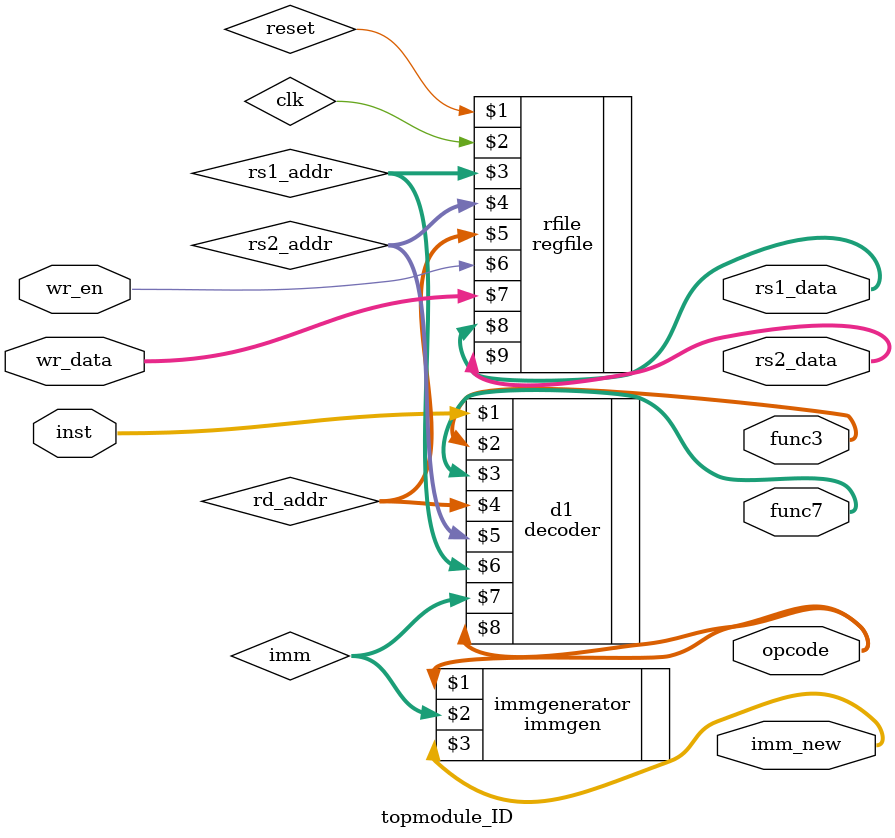
<source format=sv>
`timescale 1ns / 1ps


module topmodule_ID ( 
     input logic [31:0] inst, 
     input logic wr_en,          
   input  logic [31:0] wr_data,  

     output logic [31:0] imm_new, 
     output logic [31:0] rs1_data, 
     output logic [31:0] rs2_data, 
     output logic [2:0] func3,     
     output logic [6:0] func7, 
     output logic [6:0] opcode
);

logic clk;              
      logic reset;          

 
    logic [4:0] rs1_addr;  
    logic [4:0] rs2_addr;  
    logic [4:0] rd_addr;   
    logic [12:0] imm;      

  
  
    decoder d1(
        inst, 
        func3, 
        func7, 
        rd_addr, 
        rs2_addr, 
        rs1_addr, 
        imm, 
        opcode
    );

    // register file 
    regfile rfile(reset,clk,rs1_addr,rs2_addr,rd_addr,wr_en, wr_data ,rs1_data,rs2_data);
    
    immgen immgenerator (opcode, imm, imm_new);
    endmodule

</source>
